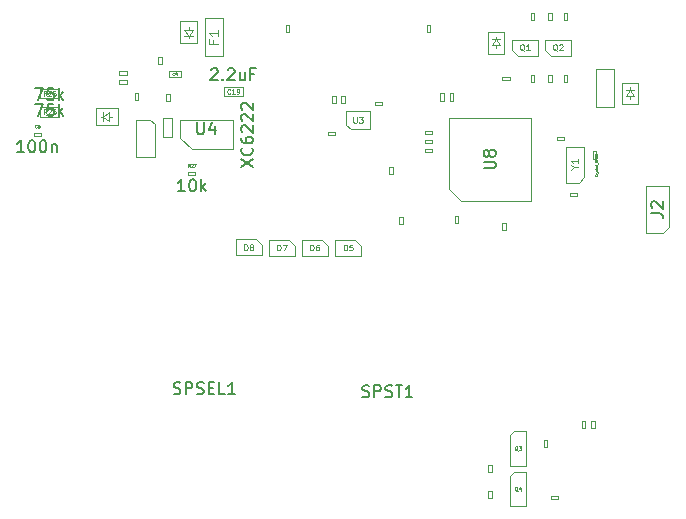
<source format=gbr>
G04 #@! TF.GenerationSoftware,KiCad,Pcbnew,7.0.6*
G04 #@! TF.CreationDate,2023-09-06T23:53:07-07:00*
G04 #@! TF.ProjectId,sgpp_main_pcb,73677070-5f6d-4616-996e-5f7063622e6b,1*
G04 #@! TF.SameCoordinates,Original*
G04 #@! TF.FileFunction,AssemblyDrawing,Top*
%FSLAX46Y46*%
G04 Gerber Fmt 4.6, Leading zero omitted, Abs format (unit mm)*
G04 Created by KiCad (PCBNEW 7.0.6) date 2023-09-06 23:53:07*
%MOMM*%
%LPD*%
G01*
G04 APERTURE LIST*
%ADD10C,0.150000*%
%ADD11C,0.040000*%
%ADD12C,0.050000*%
%ADD13C,0.060000*%
%ADD14C,0.075000*%
%ADD15C,0.030000*%
%ADD16C,0.080000*%
%ADD17C,0.120000*%
%ADD18C,0.100000*%
G04 APERTURE END LIST*
D10*
X121725952Y-91471619D02*
X121154524Y-91471619D01*
X121440238Y-91471619D02*
X121440238Y-90471619D01*
X121440238Y-90471619D02*
X121345000Y-90614476D01*
X121345000Y-90614476D02*
X121249762Y-90709714D01*
X121249762Y-90709714D02*
X121154524Y-90757333D01*
X122345000Y-90471619D02*
X122440238Y-90471619D01*
X122440238Y-90471619D02*
X122535476Y-90519238D01*
X122535476Y-90519238D02*
X122583095Y-90566857D01*
X122583095Y-90566857D02*
X122630714Y-90662095D01*
X122630714Y-90662095D02*
X122678333Y-90852571D01*
X122678333Y-90852571D02*
X122678333Y-91090666D01*
X122678333Y-91090666D02*
X122630714Y-91281142D01*
X122630714Y-91281142D02*
X122583095Y-91376380D01*
X122583095Y-91376380D02*
X122535476Y-91424000D01*
X122535476Y-91424000D02*
X122440238Y-91471619D01*
X122440238Y-91471619D02*
X122345000Y-91471619D01*
X122345000Y-91471619D02*
X122249762Y-91424000D01*
X122249762Y-91424000D02*
X122202143Y-91376380D01*
X122202143Y-91376380D02*
X122154524Y-91281142D01*
X122154524Y-91281142D02*
X122106905Y-91090666D01*
X122106905Y-91090666D02*
X122106905Y-90852571D01*
X122106905Y-90852571D02*
X122154524Y-90662095D01*
X122154524Y-90662095D02*
X122202143Y-90566857D01*
X122202143Y-90566857D02*
X122249762Y-90519238D01*
X122249762Y-90519238D02*
X122345000Y-90471619D01*
X123297381Y-90471619D02*
X123392619Y-90471619D01*
X123392619Y-90471619D02*
X123487857Y-90519238D01*
X123487857Y-90519238D02*
X123535476Y-90566857D01*
X123535476Y-90566857D02*
X123583095Y-90662095D01*
X123583095Y-90662095D02*
X123630714Y-90852571D01*
X123630714Y-90852571D02*
X123630714Y-91090666D01*
X123630714Y-91090666D02*
X123583095Y-91281142D01*
X123583095Y-91281142D02*
X123535476Y-91376380D01*
X123535476Y-91376380D02*
X123487857Y-91424000D01*
X123487857Y-91424000D02*
X123392619Y-91471619D01*
X123392619Y-91471619D02*
X123297381Y-91471619D01*
X123297381Y-91471619D02*
X123202143Y-91424000D01*
X123202143Y-91424000D02*
X123154524Y-91376380D01*
X123154524Y-91376380D02*
X123106905Y-91281142D01*
X123106905Y-91281142D02*
X123059286Y-91090666D01*
X123059286Y-91090666D02*
X123059286Y-90852571D01*
X123059286Y-90852571D02*
X123106905Y-90662095D01*
X123106905Y-90662095D02*
X123154524Y-90566857D01*
X123154524Y-90566857D02*
X123202143Y-90519238D01*
X123202143Y-90519238D02*
X123297381Y-90471619D01*
X124059286Y-90804952D02*
X124059286Y-91471619D01*
X124059286Y-90900190D02*
X124106905Y-90852571D01*
X124106905Y-90852571D02*
X124202143Y-90804952D01*
X124202143Y-90804952D02*
X124345000Y-90804952D01*
X124345000Y-90804952D02*
X124440238Y-90852571D01*
X124440238Y-90852571D02*
X124487857Y-90947809D01*
X124487857Y-90947809D02*
X124487857Y-91471619D01*
D11*
X122803333Y-89376565D02*
X122791429Y-89388470D01*
X122791429Y-89388470D02*
X122755714Y-89400374D01*
X122755714Y-89400374D02*
X122731905Y-89400374D01*
X122731905Y-89400374D02*
X122696191Y-89388470D01*
X122696191Y-89388470D02*
X122672381Y-89364660D01*
X122672381Y-89364660D02*
X122660476Y-89340850D01*
X122660476Y-89340850D02*
X122648572Y-89293231D01*
X122648572Y-89293231D02*
X122648572Y-89257517D01*
X122648572Y-89257517D02*
X122660476Y-89209898D01*
X122660476Y-89209898D02*
X122672381Y-89186089D01*
X122672381Y-89186089D02*
X122696191Y-89162279D01*
X122696191Y-89162279D02*
X122731905Y-89150374D01*
X122731905Y-89150374D02*
X122755714Y-89150374D01*
X122755714Y-89150374D02*
X122791429Y-89162279D01*
X122791429Y-89162279D02*
X122803333Y-89174184D01*
X123017619Y-89150374D02*
X122970000Y-89150374D01*
X122970000Y-89150374D02*
X122946191Y-89162279D01*
X122946191Y-89162279D02*
X122934286Y-89174184D01*
X122934286Y-89174184D02*
X122910476Y-89209898D01*
X122910476Y-89209898D02*
X122898572Y-89257517D01*
X122898572Y-89257517D02*
X122898572Y-89352755D01*
X122898572Y-89352755D02*
X122910476Y-89376565D01*
X122910476Y-89376565D02*
X122922381Y-89388470D01*
X122922381Y-89388470D02*
X122946191Y-89400374D01*
X122946191Y-89400374D02*
X122993810Y-89400374D01*
X122993810Y-89400374D02*
X123017619Y-89388470D01*
X123017619Y-89388470D02*
X123029524Y-89376565D01*
X123029524Y-89376565D02*
X123041429Y-89352755D01*
X123041429Y-89352755D02*
X123041429Y-89293231D01*
X123041429Y-89293231D02*
X123029524Y-89269422D01*
X123029524Y-89269422D02*
X123017619Y-89257517D01*
X123017619Y-89257517D02*
X122993810Y-89245612D01*
X122993810Y-89245612D02*
X122946191Y-89245612D01*
X122946191Y-89245612D02*
X122922381Y-89257517D01*
X122922381Y-89257517D02*
X122910476Y-89269422D01*
X122910476Y-89269422D02*
X122898572Y-89293231D01*
D12*
X163520123Y-116744476D02*
X163489647Y-116729238D01*
X163489647Y-116729238D02*
X163459171Y-116698762D01*
X163459171Y-116698762D02*
X163413457Y-116653047D01*
X163413457Y-116653047D02*
X163382980Y-116637809D01*
X163382980Y-116637809D02*
X163352504Y-116637809D01*
X163367742Y-116714000D02*
X163337266Y-116698762D01*
X163337266Y-116698762D02*
X163306790Y-116668285D01*
X163306790Y-116668285D02*
X163291552Y-116607333D01*
X163291552Y-116607333D02*
X163291552Y-116500666D01*
X163291552Y-116500666D02*
X163306790Y-116439714D01*
X163306790Y-116439714D02*
X163337266Y-116409238D01*
X163337266Y-116409238D02*
X163367742Y-116394000D01*
X163367742Y-116394000D02*
X163428695Y-116394000D01*
X163428695Y-116394000D02*
X163459171Y-116409238D01*
X163459171Y-116409238D02*
X163489647Y-116439714D01*
X163489647Y-116439714D02*
X163504885Y-116500666D01*
X163504885Y-116500666D02*
X163504885Y-116607333D01*
X163504885Y-116607333D02*
X163489647Y-116668285D01*
X163489647Y-116668285D02*
X163459171Y-116698762D01*
X163459171Y-116698762D02*
X163428695Y-116714000D01*
X163428695Y-116714000D02*
X163367742Y-116714000D01*
X163611552Y-116394000D02*
X163809647Y-116394000D01*
X163809647Y-116394000D02*
X163702980Y-116515904D01*
X163702980Y-116515904D02*
X163748695Y-116515904D01*
X163748695Y-116515904D02*
X163779171Y-116531142D01*
X163779171Y-116531142D02*
X163794409Y-116546381D01*
X163794409Y-116546381D02*
X163809647Y-116576857D01*
X163809647Y-116576857D02*
X163809647Y-116653047D01*
X163809647Y-116653047D02*
X163794409Y-116683523D01*
X163794409Y-116683523D02*
X163779171Y-116698762D01*
X163779171Y-116698762D02*
X163748695Y-116714000D01*
X163748695Y-116714000D02*
X163657266Y-116714000D01*
X163657266Y-116714000D02*
X163626790Y-116698762D01*
X163626790Y-116698762D02*
X163611552Y-116683523D01*
D10*
X160650499Y-92857257D02*
X161460022Y-92857257D01*
X161460022Y-92857257D02*
X161555260Y-92809638D01*
X161555260Y-92809638D02*
X161602880Y-92762019D01*
X161602880Y-92762019D02*
X161650499Y-92666781D01*
X161650499Y-92666781D02*
X161650499Y-92476305D01*
X161650499Y-92476305D02*
X161602880Y-92381067D01*
X161602880Y-92381067D02*
X161555260Y-92333448D01*
X161555260Y-92333448D02*
X161460022Y-92285829D01*
X161460022Y-92285829D02*
X160650499Y-92285829D01*
X161079070Y-91666781D02*
X161031451Y-91762019D01*
X161031451Y-91762019D02*
X160983832Y-91809638D01*
X160983832Y-91809638D02*
X160888594Y-91857257D01*
X160888594Y-91857257D02*
X160840975Y-91857257D01*
X160840975Y-91857257D02*
X160745737Y-91809638D01*
X160745737Y-91809638D02*
X160698118Y-91762019D01*
X160698118Y-91762019D02*
X160650499Y-91666781D01*
X160650499Y-91666781D02*
X160650499Y-91476305D01*
X160650499Y-91476305D02*
X160698118Y-91381067D01*
X160698118Y-91381067D02*
X160745737Y-91333448D01*
X160745737Y-91333448D02*
X160840975Y-91285829D01*
X160840975Y-91285829D02*
X160888594Y-91285829D01*
X160888594Y-91285829D02*
X160983832Y-91333448D01*
X160983832Y-91333448D02*
X161031451Y-91381067D01*
X161031451Y-91381067D02*
X161079070Y-91476305D01*
X161079070Y-91476305D02*
X161079070Y-91666781D01*
X161079070Y-91666781D02*
X161126689Y-91762019D01*
X161126689Y-91762019D02*
X161174308Y-91809638D01*
X161174308Y-91809638D02*
X161269546Y-91857257D01*
X161269546Y-91857257D02*
X161460022Y-91857257D01*
X161460022Y-91857257D02*
X161555260Y-91809638D01*
X161555260Y-91809638D02*
X161602880Y-91762019D01*
X161602880Y-91762019D02*
X161650499Y-91666781D01*
X161650499Y-91666781D02*
X161650499Y-91476305D01*
X161650499Y-91476305D02*
X161602880Y-91381067D01*
X161602880Y-91381067D02*
X161555260Y-91333448D01*
X161555260Y-91333448D02*
X161460022Y-91285829D01*
X161460022Y-91285829D02*
X161269546Y-91285829D01*
X161269546Y-91285829D02*
X161174308Y-91333448D01*
X161174308Y-91333448D02*
X161126689Y-91381067D01*
X161126689Y-91381067D02*
X161079070Y-91476305D01*
D11*
X134448950Y-84958699D02*
X134437046Y-84970604D01*
X134437046Y-84970604D02*
X134401331Y-84982508D01*
X134401331Y-84982508D02*
X134377522Y-84982508D01*
X134377522Y-84982508D02*
X134341808Y-84970604D01*
X134341808Y-84970604D02*
X134317998Y-84946794D01*
X134317998Y-84946794D02*
X134306093Y-84922984D01*
X134306093Y-84922984D02*
X134294189Y-84875365D01*
X134294189Y-84875365D02*
X134294189Y-84839651D01*
X134294189Y-84839651D02*
X134306093Y-84792032D01*
X134306093Y-84792032D02*
X134317998Y-84768223D01*
X134317998Y-84768223D02*
X134341808Y-84744413D01*
X134341808Y-84744413D02*
X134377522Y-84732508D01*
X134377522Y-84732508D02*
X134401331Y-84732508D01*
X134401331Y-84732508D02*
X134437046Y-84744413D01*
X134437046Y-84744413D02*
X134448950Y-84756318D01*
X134663236Y-84815842D02*
X134663236Y-84982508D01*
X134603712Y-84720604D02*
X134544189Y-84899175D01*
X134544189Y-84899175D02*
X134698950Y-84899175D01*
D10*
X135345561Y-94773619D02*
X134774133Y-94773619D01*
X135059847Y-94773619D02*
X135059847Y-93773619D01*
X135059847Y-93773619D02*
X134964609Y-93916476D01*
X134964609Y-93916476D02*
X134869371Y-94011714D01*
X134869371Y-94011714D02*
X134774133Y-94059333D01*
X135964609Y-93773619D02*
X136059847Y-93773619D01*
X136059847Y-93773619D02*
X136155085Y-93821238D01*
X136155085Y-93821238D02*
X136202704Y-93868857D01*
X136202704Y-93868857D02*
X136250323Y-93964095D01*
X136250323Y-93964095D02*
X136297942Y-94154571D01*
X136297942Y-94154571D02*
X136297942Y-94392666D01*
X136297942Y-94392666D02*
X136250323Y-94583142D01*
X136250323Y-94583142D02*
X136202704Y-94678380D01*
X136202704Y-94678380D02*
X136155085Y-94726000D01*
X136155085Y-94726000D02*
X136059847Y-94773619D01*
X136059847Y-94773619D02*
X135964609Y-94773619D01*
X135964609Y-94773619D02*
X135869371Y-94726000D01*
X135869371Y-94726000D02*
X135821752Y-94678380D01*
X135821752Y-94678380D02*
X135774133Y-94583142D01*
X135774133Y-94583142D02*
X135726514Y-94392666D01*
X135726514Y-94392666D02*
X135726514Y-94154571D01*
X135726514Y-94154571D02*
X135774133Y-93964095D01*
X135774133Y-93964095D02*
X135821752Y-93868857D01*
X135821752Y-93868857D02*
X135869371Y-93821238D01*
X135869371Y-93821238D02*
X135964609Y-93773619D01*
X136726514Y-94773619D02*
X136726514Y-93773619D01*
X136821752Y-94392666D02*
X137107466Y-94773619D01*
X137107466Y-94106952D02*
X136726514Y-94487904D01*
D11*
X135780085Y-92702374D02*
X135696752Y-92583327D01*
X135637228Y-92702374D02*
X135637228Y-92452374D01*
X135637228Y-92452374D02*
X135732466Y-92452374D01*
X135732466Y-92452374D02*
X135756276Y-92464279D01*
X135756276Y-92464279D02*
X135768181Y-92476184D01*
X135768181Y-92476184D02*
X135780085Y-92499993D01*
X135780085Y-92499993D02*
X135780085Y-92535708D01*
X135780085Y-92535708D02*
X135768181Y-92559517D01*
X135768181Y-92559517D02*
X135756276Y-92571422D01*
X135756276Y-92571422D02*
X135732466Y-92583327D01*
X135732466Y-92583327D02*
X135637228Y-92583327D01*
X135875324Y-92476184D02*
X135887228Y-92464279D01*
X135887228Y-92464279D02*
X135911038Y-92452374D01*
X135911038Y-92452374D02*
X135970562Y-92452374D01*
X135970562Y-92452374D02*
X135994371Y-92464279D01*
X135994371Y-92464279D02*
X136006276Y-92476184D01*
X136006276Y-92476184D02*
X136018181Y-92499993D01*
X136018181Y-92499993D02*
X136018181Y-92523803D01*
X136018181Y-92523803D02*
X136006276Y-92559517D01*
X136006276Y-92559517D02*
X135863419Y-92702374D01*
X135863419Y-92702374D02*
X136018181Y-92702374D01*
X136101514Y-92452374D02*
X136268180Y-92452374D01*
X136268180Y-92452374D02*
X136161038Y-92702374D01*
D10*
X122686914Y-87397219D02*
X123353580Y-87397219D01*
X123353580Y-87397219D02*
X122925009Y-88397219D01*
X124210723Y-87397219D02*
X123734533Y-87397219D01*
X123734533Y-87397219D02*
X123686914Y-87873409D01*
X123686914Y-87873409D02*
X123734533Y-87825790D01*
X123734533Y-87825790D02*
X123829771Y-87778171D01*
X123829771Y-87778171D02*
X124067866Y-87778171D01*
X124067866Y-87778171D02*
X124163104Y-87825790D01*
X124163104Y-87825790D02*
X124210723Y-87873409D01*
X124210723Y-87873409D02*
X124258342Y-87968647D01*
X124258342Y-87968647D02*
X124258342Y-88206742D01*
X124258342Y-88206742D02*
X124210723Y-88301980D01*
X124210723Y-88301980D02*
X124163104Y-88349600D01*
X124163104Y-88349600D02*
X124067866Y-88397219D01*
X124067866Y-88397219D02*
X123829771Y-88397219D01*
X123829771Y-88397219D02*
X123734533Y-88349600D01*
X123734533Y-88349600D02*
X123686914Y-88301980D01*
X124686914Y-88397219D02*
X124686914Y-87397219D01*
X124782152Y-88016266D02*
X125067866Y-88397219D01*
X125067866Y-87730552D02*
X124686914Y-88111504D01*
D13*
X123644057Y-86694327D02*
X123510724Y-86503851D01*
X123415486Y-86694327D02*
X123415486Y-86294327D01*
X123415486Y-86294327D02*
X123567867Y-86294327D01*
X123567867Y-86294327D02*
X123605962Y-86313375D01*
X123605962Y-86313375D02*
X123625009Y-86332422D01*
X123625009Y-86332422D02*
X123644057Y-86370518D01*
X123644057Y-86370518D02*
X123644057Y-86427660D01*
X123644057Y-86427660D02*
X123625009Y-86465756D01*
X123625009Y-86465756D02*
X123605962Y-86484803D01*
X123605962Y-86484803D02*
X123567867Y-86503851D01*
X123567867Y-86503851D02*
X123415486Y-86503851D01*
X123796438Y-86332422D02*
X123815486Y-86313375D01*
X123815486Y-86313375D02*
X123853581Y-86294327D01*
X123853581Y-86294327D02*
X123948819Y-86294327D01*
X123948819Y-86294327D02*
X123986914Y-86313375D01*
X123986914Y-86313375D02*
X124005962Y-86332422D01*
X124005962Y-86332422D02*
X124025009Y-86370518D01*
X124025009Y-86370518D02*
X124025009Y-86408613D01*
X124025009Y-86408613D02*
X124005962Y-86465756D01*
X124005962Y-86465756D02*
X123777390Y-86694327D01*
X123777390Y-86694327D02*
X124025009Y-86694327D01*
X124386914Y-86294327D02*
X124196438Y-86294327D01*
X124196438Y-86294327D02*
X124177390Y-86484803D01*
X124177390Y-86484803D02*
X124196438Y-86465756D01*
X124196438Y-86465756D02*
X124234533Y-86446708D01*
X124234533Y-86446708D02*
X124329771Y-86446708D01*
X124329771Y-86446708D02*
X124367866Y-86465756D01*
X124367866Y-86465756D02*
X124386914Y-86484803D01*
X124386914Y-86484803D02*
X124405961Y-86522899D01*
X124405961Y-86522899D02*
X124405961Y-86618137D01*
X124405961Y-86618137D02*
X124386914Y-86656232D01*
X124386914Y-86656232D02*
X124367866Y-86675280D01*
X124367866Y-86675280D02*
X124329771Y-86694327D01*
X124329771Y-86694327D02*
X124234533Y-86694327D01*
X124234533Y-86694327D02*
X124196438Y-86675280D01*
X124196438Y-86675280D02*
X124177390Y-86656232D01*
D10*
X137565048Y-84480057D02*
X137612667Y-84432438D01*
X137612667Y-84432438D02*
X137707905Y-84384819D01*
X137707905Y-84384819D02*
X137946000Y-84384819D01*
X137946000Y-84384819D02*
X138041238Y-84432438D01*
X138041238Y-84432438D02*
X138088857Y-84480057D01*
X138088857Y-84480057D02*
X138136476Y-84575295D01*
X138136476Y-84575295D02*
X138136476Y-84670533D01*
X138136476Y-84670533D02*
X138088857Y-84813390D01*
X138088857Y-84813390D02*
X137517429Y-85384819D01*
X137517429Y-85384819D02*
X138136476Y-85384819D01*
X138565048Y-85289580D02*
X138612667Y-85337200D01*
X138612667Y-85337200D02*
X138565048Y-85384819D01*
X138565048Y-85384819D02*
X138517429Y-85337200D01*
X138517429Y-85337200D02*
X138565048Y-85289580D01*
X138565048Y-85289580D02*
X138565048Y-85384819D01*
X138993619Y-84480057D02*
X139041238Y-84432438D01*
X139041238Y-84432438D02*
X139136476Y-84384819D01*
X139136476Y-84384819D02*
X139374571Y-84384819D01*
X139374571Y-84384819D02*
X139469809Y-84432438D01*
X139469809Y-84432438D02*
X139517428Y-84480057D01*
X139517428Y-84480057D02*
X139565047Y-84575295D01*
X139565047Y-84575295D02*
X139565047Y-84670533D01*
X139565047Y-84670533D02*
X139517428Y-84813390D01*
X139517428Y-84813390D02*
X138946000Y-85384819D01*
X138946000Y-85384819D02*
X139565047Y-85384819D01*
X140422190Y-84718152D02*
X140422190Y-85384819D01*
X139993619Y-84718152D02*
X139993619Y-85241961D01*
X139993619Y-85241961D02*
X140041238Y-85337200D01*
X140041238Y-85337200D02*
X140136476Y-85384819D01*
X140136476Y-85384819D02*
X140279333Y-85384819D01*
X140279333Y-85384819D02*
X140374571Y-85337200D01*
X140374571Y-85337200D02*
X140422190Y-85289580D01*
X141231714Y-84861009D02*
X140898381Y-84861009D01*
X140898381Y-85384819D02*
X140898381Y-84384819D01*
X140898381Y-84384819D02*
X141374571Y-84384819D01*
D13*
X139188857Y-86503832D02*
X139169809Y-86522880D01*
X139169809Y-86522880D02*
X139112667Y-86541927D01*
X139112667Y-86541927D02*
X139074571Y-86541927D01*
X139074571Y-86541927D02*
X139017428Y-86522880D01*
X139017428Y-86522880D02*
X138979333Y-86484784D01*
X138979333Y-86484784D02*
X138960286Y-86446689D01*
X138960286Y-86446689D02*
X138941238Y-86370499D01*
X138941238Y-86370499D02*
X138941238Y-86313356D01*
X138941238Y-86313356D02*
X138960286Y-86237165D01*
X138960286Y-86237165D02*
X138979333Y-86199070D01*
X138979333Y-86199070D02*
X139017428Y-86160975D01*
X139017428Y-86160975D02*
X139074571Y-86141927D01*
X139074571Y-86141927D02*
X139112667Y-86141927D01*
X139112667Y-86141927D02*
X139169809Y-86160975D01*
X139169809Y-86160975D02*
X139188857Y-86180022D01*
X139569809Y-86541927D02*
X139341238Y-86541927D01*
X139455524Y-86541927D02*
X139455524Y-86141927D01*
X139455524Y-86141927D02*
X139417428Y-86199070D01*
X139417428Y-86199070D02*
X139379333Y-86237165D01*
X139379333Y-86237165D02*
X139341238Y-86256213D01*
X139760285Y-86541927D02*
X139836476Y-86541927D01*
X139836476Y-86541927D02*
X139874571Y-86522880D01*
X139874571Y-86522880D02*
X139893619Y-86503832D01*
X139893619Y-86503832D02*
X139931714Y-86446689D01*
X139931714Y-86446689D02*
X139950761Y-86370499D01*
X139950761Y-86370499D02*
X139950761Y-86218118D01*
X139950761Y-86218118D02*
X139931714Y-86180022D01*
X139931714Y-86180022D02*
X139912666Y-86160975D01*
X139912666Y-86160975D02*
X139874571Y-86141927D01*
X139874571Y-86141927D02*
X139798380Y-86141927D01*
X139798380Y-86141927D02*
X139760285Y-86160975D01*
X139760285Y-86160975D02*
X139741238Y-86180022D01*
X139741238Y-86180022D02*
X139722190Y-86218118D01*
X139722190Y-86218118D02*
X139722190Y-86313356D01*
X139722190Y-86313356D02*
X139741238Y-86351451D01*
X139741238Y-86351451D02*
X139760285Y-86370499D01*
X139760285Y-86370499D02*
X139798380Y-86389546D01*
X139798380Y-86389546D02*
X139874571Y-86389546D01*
X139874571Y-86389546D02*
X139912666Y-86370499D01*
X139912666Y-86370499D02*
X139931714Y-86351451D01*
X139931714Y-86351451D02*
X139950761Y-86313356D01*
D10*
X122686914Y-86082019D02*
X123353580Y-86082019D01*
X123353580Y-86082019D02*
X122925009Y-87082019D01*
X124210723Y-86082019D02*
X123734533Y-86082019D01*
X123734533Y-86082019D02*
X123686914Y-86558209D01*
X123686914Y-86558209D02*
X123734533Y-86510590D01*
X123734533Y-86510590D02*
X123829771Y-86462971D01*
X123829771Y-86462971D02*
X124067866Y-86462971D01*
X124067866Y-86462971D02*
X124163104Y-86510590D01*
X124163104Y-86510590D02*
X124210723Y-86558209D01*
X124210723Y-86558209D02*
X124258342Y-86653447D01*
X124258342Y-86653447D02*
X124258342Y-86891542D01*
X124258342Y-86891542D02*
X124210723Y-86986780D01*
X124210723Y-86986780D02*
X124163104Y-87034400D01*
X124163104Y-87034400D02*
X124067866Y-87082019D01*
X124067866Y-87082019D02*
X123829771Y-87082019D01*
X123829771Y-87082019D02*
X123734533Y-87034400D01*
X123734533Y-87034400D02*
X123686914Y-86986780D01*
X124686914Y-87082019D02*
X124686914Y-86082019D01*
X124782152Y-86701066D02*
X125067866Y-87082019D01*
X125067866Y-86415352D02*
X124686914Y-86796304D01*
D13*
X123644057Y-88239127D02*
X123510724Y-88048651D01*
X123415486Y-88239127D02*
X123415486Y-87839127D01*
X123415486Y-87839127D02*
X123567867Y-87839127D01*
X123567867Y-87839127D02*
X123605962Y-87858175D01*
X123605962Y-87858175D02*
X123625009Y-87877222D01*
X123625009Y-87877222D02*
X123644057Y-87915318D01*
X123644057Y-87915318D02*
X123644057Y-87972460D01*
X123644057Y-87972460D02*
X123625009Y-88010556D01*
X123625009Y-88010556D02*
X123605962Y-88029603D01*
X123605962Y-88029603D02*
X123567867Y-88048651D01*
X123567867Y-88048651D02*
X123415486Y-88048651D01*
X123796438Y-87877222D02*
X123815486Y-87858175D01*
X123815486Y-87858175D02*
X123853581Y-87839127D01*
X123853581Y-87839127D02*
X123948819Y-87839127D01*
X123948819Y-87839127D02*
X123986914Y-87858175D01*
X123986914Y-87858175D02*
X124005962Y-87877222D01*
X124005962Y-87877222D02*
X124025009Y-87915318D01*
X124025009Y-87915318D02*
X124025009Y-87953413D01*
X124025009Y-87953413D02*
X124005962Y-88010556D01*
X124005962Y-88010556D02*
X123777390Y-88239127D01*
X123777390Y-88239127D02*
X124025009Y-88239127D01*
X124367866Y-87839127D02*
X124291676Y-87839127D01*
X124291676Y-87839127D02*
X124253580Y-87858175D01*
X124253580Y-87858175D02*
X124234533Y-87877222D01*
X124234533Y-87877222D02*
X124196438Y-87934365D01*
X124196438Y-87934365D02*
X124177390Y-88010556D01*
X124177390Y-88010556D02*
X124177390Y-88162937D01*
X124177390Y-88162937D02*
X124196438Y-88201032D01*
X124196438Y-88201032D02*
X124215485Y-88220080D01*
X124215485Y-88220080D02*
X124253580Y-88239127D01*
X124253580Y-88239127D02*
X124329771Y-88239127D01*
X124329771Y-88239127D02*
X124367866Y-88220080D01*
X124367866Y-88220080D02*
X124386914Y-88201032D01*
X124386914Y-88201032D02*
X124405961Y-88162937D01*
X124405961Y-88162937D02*
X124405961Y-88067699D01*
X124405961Y-88067699D02*
X124386914Y-88029603D01*
X124386914Y-88029603D02*
X124367866Y-88010556D01*
X124367866Y-88010556D02*
X124329771Y-87991508D01*
X124329771Y-87991508D02*
X124253580Y-87991508D01*
X124253580Y-87991508D02*
X124215485Y-88010556D01*
X124215485Y-88010556D02*
X124196438Y-88029603D01*
X124196438Y-88029603D02*
X124177390Y-88067699D01*
D14*
X148800626Y-99798729D02*
X148800626Y-99298729D01*
X148800626Y-99298729D02*
X148919674Y-99298729D01*
X148919674Y-99298729D02*
X148991102Y-99322539D01*
X148991102Y-99322539D02*
X149038721Y-99370158D01*
X149038721Y-99370158D02*
X149062531Y-99417777D01*
X149062531Y-99417777D02*
X149086340Y-99513015D01*
X149086340Y-99513015D02*
X149086340Y-99584443D01*
X149086340Y-99584443D02*
X149062531Y-99679681D01*
X149062531Y-99679681D02*
X149038721Y-99727300D01*
X149038721Y-99727300D02*
X148991102Y-99774920D01*
X148991102Y-99774920D02*
X148919674Y-99798729D01*
X148919674Y-99798729D02*
X148800626Y-99798729D01*
X149538721Y-99298729D02*
X149300626Y-99298729D01*
X149300626Y-99298729D02*
X149276817Y-99536824D01*
X149276817Y-99536824D02*
X149300626Y-99513015D01*
X149300626Y-99513015D02*
X149348245Y-99489205D01*
X149348245Y-99489205D02*
X149467293Y-99489205D01*
X149467293Y-99489205D02*
X149514912Y-99513015D01*
X149514912Y-99513015D02*
X149538721Y-99536824D01*
X149538721Y-99536824D02*
X149562531Y-99584443D01*
X149562531Y-99584443D02*
X149562531Y-99703491D01*
X149562531Y-99703491D02*
X149538721Y-99751110D01*
X149538721Y-99751110D02*
X149514912Y-99774920D01*
X149514912Y-99774920D02*
X149467293Y-99798729D01*
X149467293Y-99798729D02*
X149348245Y-99798729D01*
X149348245Y-99798729D02*
X149300626Y-99774920D01*
X149300626Y-99774920D02*
X149276817Y-99751110D01*
D10*
X134404762Y-111913200D02*
X134547619Y-111960819D01*
X134547619Y-111960819D02*
X134785714Y-111960819D01*
X134785714Y-111960819D02*
X134880952Y-111913200D01*
X134880952Y-111913200D02*
X134928571Y-111865580D01*
X134928571Y-111865580D02*
X134976190Y-111770342D01*
X134976190Y-111770342D02*
X134976190Y-111675104D01*
X134976190Y-111675104D02*
X134928571Y-111579866D01*
X134928571Y-111579866D02*
X134880952Y-111532247D01*
X134880952Y-111532247D02*
X134785714Y-111484628D01*
X134785714Y-111484628D02*
X134595238Y-111437009D01*
X134595238Y-111437009D02*
X134500000Y-111389390D01*
X134500000Y-111389390D02*
X134452381Y-111341771D01*
X134452381Y-111341771D02*
X134404762Y-111246533D01*
X134404762Y-111246533D02*
X134404762Y-111151295D01*
X134404762Y-111151295D02*
X134452381Y-111056057D01*
X134452381Y-111056057D02*
X134500000Y-111008438D01*
X134500000Y-111008438D02*
X134595238Y-110960819D01*
X134595238Y-110960819D02*
X134833333Y-110960819D01*
X134833333Y-110960819D02*
X134976190Y-111008438D01*
X135404762Y-111960819D02*
X135404762Y-110960819D01*
X135404762Y-110960819D02*
X135785714Y-110960819D01*
X135785714Y-110960819D02*
X135880952Y-111008438D01*
X135880952Y-111008438D02*
X135928571Y-111056057D01*
X135928571Y-111056057D02*
X135976190Y-111151295D01*
X135976190Y-111151295D02*
X135976190Y-111294152D01*
X135976190Y-111294152D02*
X135928571Y-111389390D01*
X135928571Y-111389390D02*
X135880952Y-111437009D01*
X135880952Y-111437009D02*
X135785714Y-111484628D01*
X135785714Y-111484628D02*
X135404762Y-111484628D01*
X136357143Y-111913200D02*
X136500000Y-111960819D01*
X136500000Y-111960819D02*
X136738095Y-111960819D01*
X136738095Y-111960819D02*
X136833333Y-111913200D01*
X136833333Y-111913200D02*
X136880952Y-111865580D01*
X136880952Y-111865580D02*
X136928571Y-111770342D01*
X136928571Y-111770342D02*
X136928571Y-111675104D01*
X136928571Y-111675104D02*
X136880952Y-111579866D01*
X136880952Y-111579866D02*
X136833333Y-111532247D01*
X136833333Y-111532247D02*
X136738095Y-111484628D01*
X136738095Y-111484628D02*
X136547619Y-111437009D01*
X136547619Y-111437009D02*
X136452381Y-111389390D01*
X136452381Y-111389390D02*
X136404762Y-111341771D01*
X136404762Y-111341771D02*
X136357143Y-111246533D01*
X136357143Y-111246533D02*
X136357143Y-111151295D01*
X136357143Y-111151295D02*
X136404762Y-111056057D01*
X136404762Y-111056057D02*
X136452381Y-111008438D01*
X136452381Y-111008438D02*
X136547619Y-110960819D01*
X136547619Y-110960819D02*
X136785714Y-110960819D01*
X136785714Y-110960819D02*
X136928571Y-111008438D01*
X137357143Y-111437009D02*
X137690476Y-111437009D01*
X137833333Y-111960819D02*
X137357143Y-111960819D01*
X137357143Y-111960819D02*
X137357143Y-110960819D01*
X137357143Y-110960819D02*
X137833333Y-110960819D01*
X138738095Y-111960819D02*
X138261905Y-111960819D01*
X138261905Y-111960819D02*
X138261905Y-110960819D01*
X139595238Y-111960819D02*
X139023810Y-111960819D01*
X139309524Y-111960819D02*
X139309524Y-110960819D01*
X139309524Y-110960819D02*
X139214286Y-111103676D01*
X139214286Y-111103676D02*
X139119048Y-111198914D01*
X139119048Y-111198914D02*
X139023810Y-111246533D01*
D12*
X163520123Y-120165514D02*
X163489647Y-120150276D01*
X163489647Y-120150276D02*
X163459171Y-120119800D01*
X163459171Y-120119800D02*
X163413457Y-120074085D01*
X163413457Y-120074085D02*
X163382980Y-120058847D01*
X163382980Y-120058847D02*
X163352504Y-120058847D01*
X163367742Y-120135038D02*
X163337266Y-120119800D01*
X163337266Y-120119800D02*
X163306790Y-120089323D01*
X163306790Y-120089323D02*
X163291552Y-120028371D01*
X163291552Y-120028371D02*
X163291552Y-119921704D01*
X163291552Y-119921704D02*
X163306790Y-119860752D01*
X163306790Y-119860752D02*
X163337266Y-119830276D01*
X163337266Y-119830276D02*
X163367742Y-119815038D01*
X163367742Y-119815038D02*
X163428695Y-119815038D01*
X163428695Y-119815038D02*
X163459171Y-119830276D01*
X163459171Y-119830276D02*
X163489647Y-119860752D01*
X163489647Y-119860752D02*
X163504885Y-119921704D01*
X163504885Y-119921704D02*
X163504885Y-120028371D01*
X163504885Y-120028371D02*
X163489647Y-120089323D01*
X163489647Y-120089323D02*
X163459171Y-120119800D01*
X163459171Y-120119800D02*
X163428695Y-120135038D01*
X163428695Y-120135038D02*
X163367742Y-120135038D01*
X163779171Y-119921704D02*
X163779171Y-120135038D01*
X163702980Y-119799800D02*
X163626790Y-120028371D01*
X163626790Y-120028371D02*
X163824885Y-120028371D01*
D14*
X143170626Y-99798729D02*
X143170626Y-99298729D01*
X143170626Y-99298729D02*
X143289674Y-99298729D01*
X143289674Y-99298729D02*
X143361102Y-99322539D01*
X143361102Y-99322539D02*
X143408721Y-99370158D01*
X143408721Y-99370158D02*
X143432531Y-99417777D01*
X143432531Y-99417777D02*
X143456340Y-99513015D01*
X143456340Y-99513015D02*
X143456340Y-99584443D01*
X143456340Y-99584443D02*
X143432531Y-99679681D01*
X143432531Y-99679681D02*
X143408721Y-99727300D01*
X143408721Y-99727300D02*
X143361102Y-99774920D01*
X143361102Y-99774920D02*
X143289674Y-99798729D01*
X143289674Y-99798729D02*
X143170626Y-99798729D01*
X143623007Y-99298729D02*
X143956340Y-99298729D01*
X143956340Y-99298729D02*
X143742055Y-99798729D01*
X140376626Y-99771729D02*
X140376626Y-99271729D01*
X140376626Y-99271729D02*
X140495674Y-99271729D01*
X140495674Y-99271729D02*
X140567102Y-99295539D01*
X140567102Y-99295539D02*
X140614721Y-99343158D01*
X140614721Y-99343158D02*
X140638531Y-99390777D01*
X140638531Y-99390777D02*
X140662340Y-99486015D01*
X140662340Y-99486015D02*
X140662340Y-99557443D01*
X140662340Y-99557443D02*
X140638531Y-99652681D01*
X140638531Y-99652681D02*
X140614721Y-99700300D01*
X140614721Y-99700300D02*
X140567102Y-99747920D01*
X140567102Y-99747920D02*
X140495674Y-99771729D01*
X140495674Y-99771729D02*
X140376626Y-99771729D01*
X140948055Y-99486015D02*
X140900436Y-99462205D01*
X140900436Y-99462205D02*
X140876626Y-99438396D01*
X140876626Y-99438396D02*
X140852817Y-99390777D01*
X140852817Y-99390777D02*
X140852817Y-99366967D01*
X140852817Y-99366967D02*
X140876626Y-99319348D01*
X140876626Y-99319348D02*
X140900436Y-99295539D01*
X140900436Y-99295539D02*
X140948055Y-99271729D01*
X140948055Y-99271729D02*
X141043293Y-99271729D01*
X141043293Y-99271729D02*
X141090912Y-99295539D01*
X141090912Y-99295539D02*
X141114721Y-99319348D01*
X141114721Y-99319348D02*
X141138531Y-99366967D01*
X141138531Y-99366967D02*
X141138531Y-99390777D01*
X141138531Y-99390777D02*
X141114721Y-99438396D01*
X141114721Y-99438396D02*
X141090912Y-99462205D01*
X141090912Y-99462205D02*
X141043293Y-99486015D01*
X141043293Y-99486015D02*
X140948055Y-99486015D01*
X140948055Y-99486015D02*
X140900436Y-99509824D01*
X140900436Y-99509824D02*
X140876626Y-99533634D01*
X140876626Y-99533634D02*
X140852817Y-99581253D01*
X140852817Y-99581253D02*
X140852817Y-99676491D01*
X140852817Y-99676491D02*
X140876626Y-99724110D01*
X140876626Y-99724110D02*
X140900436Y-99747920D01*
X140900436Y-99747920D02*
X140948055Y-99771729D01*
X140948055Y-99771729D02*
X141043293Y-99771729D01*
X141043293Y-99771729D02*
X141090912Y-99747920D01*
X141090912Y-99747920D02*
X141114721Y-99724110D01*
X141114721Y-99724110D02*
X141138531Y-99676491D01*
X141138531Y-99676491D02*
X141138531Y-99581253D01*
X141138531Y-99581253D02*
X141114721Y-99533634D01*
X141114721Y-99533634D02*
X141090912Y-99509824D01*
X141090912Y-99509824D02*
X141043293Y-99486015D01*
D15*
X170248516Y-93397133D02*
X170258040Y-93406657D01*
X170258040Y-93406657D02*
X170267563Y-93435228D01*
X170267563Y-93435228D02*
X170267563Y-93454276D01*
X170267563Y-93454276D02*
X170258040Y-93482847D01*
X170258040Y-93482847D02*
X170238992Y-93501895D01*
X170238992Y-93501895D02*
X170219944Y-93511418D01*
X170219944Y-93511418D02*
X170181849Y-93520942D01*
X170181849Y-93520942D02*
X170153278Y-93520942D01*
X170153278Y-93520942D02*
X170115182Y-93511418D01*
X170115182Y-93511418D02*
X170096135Y-93501895D01*
X170096135Y-93501895D02*
X170077087Y-93482847D01*
X170077087Y-93482847D02*
X170067563Y-93454276D01*
X170067563Y-93454276D02*
X170067563Y-93435228D01*
X170067563Y-93435228D02*
X170077087Y-93406657D01*
X170077087Y-93406657D02*
X170086611Y-93397133D01*
X170267563Y-93311418D02*
X170134230Y-93311418D01*
X170172325Y-93311418D02*
X170153278Y-93301895D01*
X170153278Y-93301895D02*
X170143754Y-93292371D01*
X170143754Y-93292371D02*
X170134230Y-93273323D01*
X170134230Y-93273323D02*
X170134230Y-93254276D01*
X170134230Y-93206656D02*
X170267563Y-93159037D01*
X170134230Y-93111418D02*
X170267563Y-93159037D01*
X170267563Y-93159037D02*
X170315182Y-93178085D01*
X170315182Y-93178085D02*
X170324706Y-93187608D01*
X170324706Y-93187608D02*
X170334230Y-93206656D01*
X170258040Y-93044751D02*
X170267563Y-93025704D01*
X170267563Y-93025704D02*
X170267563Y-92987608D01*
X170267563Y-92987608D02*
X170258040Y-92968561D01*
X170258040Y-92968561D02*
X170238992Y-92959037D01*
X170238992Y-92959037D02*
X170229468Y-92959037D01*
X170229468Y-92959037D02*
X170210420Y-92968561D01*
X170210420Y-92968561D02*
X170200897Y-92987608D01*
X170200897Y-92987608D02*
X170200897Y-93016180D01*
X170200897Y-93016180D02*
X170191373Y-93035227D01*
X170191373Y-93035227D02*
X170172325Y-93044751D01*
X170172325Y-93044751D02*
X170162801Y-93044751D01*
X170162801Y-93044751D02*
X170143754Y-93035227D01*
X170143754Y-93035227D02*
X170134230Y-93016180D01*
X170134230Y-93016180D02*
X170134230Y-92987608D01*
X170134230Y-92987608D02*
X170143754Y-92968561D01*
X170134230Y-92901894D02*
X170134230Y-92825703D01*
X170067563Y-92873322D02*
X170238992Y-92873322D01*
X170238992Y-92873322D02*
X170258040Y-92863799D01*
X170258040Y-92863799D02*
X170267563Y-92844751D01*
X170267563Y-92844751D02*
X170267563Y-92825703D01*
X170267563Y-92673322D02*
X170162801Y-92673322D01*
X170162801Y-92673322D02*
X170143754Y-92682846D01*
X170143754Y-92682846D02*
X170134230Y-92701894D01*
X170134230Y-92701894D02*
X170134230Y-92739989D01*
X170134230Y-92739989D02*
X170143754Y-92759036D01*
X170258040Y-92673322D02*
X170267563Y-92692370D01*
X170267563Y-92692370D02*
X170267563Y-92739989D01*
X170267563Y-92739989D02*
X170258040Y-92759036D01*
X170258040Y-92759036D02*
X170238992Y-92768560D01*
X170238992Y-92768560D02*
X170219944Y-92768560D01*
X170219944Y-92768560D02*
X170200897Y-92759036D01*
X170200897Y-92759036D02*
X170191373Y-92739989D01*
X170191373Y-92739989D02*
X170191373Y-92692370D01*
X170191373Y-92692370D02*
X170181849Y-92673322D01*
X170267563Y-92549513D02*
X170258040Y-92568561D01*
X170258040Y-92568561D02*
X170238992Y-92578084D01*
X170238992Y-92578084D02*
X170067563Y-92578084D01*
X170286611Y-92520942D02*
X170286611Y-92368561D01*
X170077087Y-92216180D02*
X170067563Y-92235227D01*
X170067563Y-92235227D02*
X170067563Y-92263799D01*
X170067563Y-92263799D02*
X170077087Y-92292370D01*
X170077087Y-92292370D02*
X170096135Y-92311418D01*
X170096135Y-92311418D02*
X170115182Y-92320941D01*
X170115182Y-92320941D02*
X170153278Y-92330465D01*
X170153278Y-92330465D02*
X170181849Y-92330465D01*
X170181849Y-92330465D02*
X170219944Y-92320941D01*
X170219944Y-92320941D02*
X170238992Y-92311418D01*
X170238992Y-92311418D02*
X170258040Y-92292370D01*
X170258040Y-92292370D02*
X170267563Y-92263799D01*
X170267563Y-92263799D02*
X170267563Y-92244751D01*
X170267563Y-92244751D02*
X170258040Y-92216180D01*
X170258040Y-92216180D02*
X170248516Y-92206656D01*
X170248516Y-92206656D02*
X170181849Y-92206656D01*
X170181849Y-92206656D02*
X170181849Y-92244751D01*
X170267563Y-92120941D02*
X170067563Y-92120941D01*
X170067563Y-92120941D02*
X170267563Y-92006656D01*
X170267563Y-92006656D02*
X170067563Y-92006656D01*
X170267563Y-91911417D02*
X170067563Y-91911417D01*
X170067563Y-91911417D02*
X170067563Y-91863798D01*
X170067563Y-91863798D02*
X170077087Y-91835227D01*
X170077087Y-91835227D02*
X170096135Y-91816179D01*
X170096135Y-91816179D02*
X170115182Y-91806656D01*
X170115182Y-91806656D02*
X170153278Y-91797132D01*
X170153278Y-91797132D02*
X170181849Y-91797132D01*
X170181849Y-91797132D02*
X170219944Y-91806656D01*
X170219944Y-91806656D02*
X170238992Y-91816179D01*
X170238992Y-91816179D02*
X170258040Y-91835227D01*
X170258040Y-91835227D02*
X170267563Y-91863798D01*
X170267563Y-91863798D02*
X170267563Y-91911417D01*
X170067563Y-91730465D02*
X170067563Y-91606656D01*
X170067563Y-91606656D02*
X170143754Y-91673322D01*
X170143754Y-91673322D02*
X170143754Y-91644751D01*
X170143754Y-91644751D02*
X170153278Y-91625703D01*
X170153278Y-91625703D02*
X170162801Y-91616179D01*
X170162801Y-91616179D02*
X170181849Y-91606656D01*
X170181849Y-91606656D02*
X170229468Y-91606656D01*
X170229468Y-91606656D02*
X170248516Y-91616179D01*
X170248516Y-91616179D02*
X170258040Y-91625703D01*
X170258040Y-91625703D02*
X170267563Y-91644751D01*
X170267563Y-91644751D02*
X170267563Y-91701894D01*
X170267563Y-91701894D02*
X170258040Y-91720941D01*
X170258040Y-91720941D02*
X170248516Y-91730465D01*
D16*
X168314297Y-92749514D02*
X168600011Y-92749514D01*
X168000011Y-92949514D02*
X168314297Y-92749514D01*
X168314297Y-92749514D02*
X168000011Y-92549514D01*
X168600011Y-92035228D02*
X168600011Y-92378085D01*
X168600011Y-92206656D02*
X168000011Y-92206656D01*
X168000011Y-92206656D02*
X168085725Y-92263799D01*
X168085725Y-92263799D02*
X168142868Y-92320942D01*
X168142868Y-92320942D02*
X168171440Y-92378085D01*
D14*
X145964626Y-99798729D02*
X145964626Y-99298729D01*
X145964626Y-99298729D02*
X146083674Y-99298729D01*
X146083674Y-99298729D02*
X146155102Y-99322539D01*
X146155102Y-99322539D02*
X146202721Y-99370158D01*
X146202721Y-99370158D02*
X146226531Y-99417777D01*
X146226531Y-99417777D02*
X146250340Y-99513015D01*
X146250340Y-99513015D02*
X146250340Y-99584443D01*
X146250340Y-99584443D02*
X146226531Y-99679681D01*
X146226531Y-99679681D02*
X146202721Y-99727300D01*
X146202721Y-99727300D02*
X146155102Y-99774920D01*
X146155102Y-99774920D02*
X146083674Y-99798729D01*
X146083674Y-99798729D02*
X145964626Y-99798729D01*
X146678912Y-99298729D02*
X146583674Y-99298729D01*
X146583674Y-99298729D02*
X146536055Y-99322539D01*
X146536055Y-99322539D02*
X146512245Y-99346348D01*
X146512245Y-99346348D02*
X146464626Y-99417777D01*
X146464626Y-99417777D02*
X146440817Y-99513015D01*
X146440817Y-99513015D02*
X146440817Y-99703491D01*
X146440817Y-99703491D02*
X146464626Y-99751110D01*
X146464626Y-99751110D02*
X146488436Y-99774920D01*
X146488436Y-99774920D02*
X146536055Y-99798729D01*
X146536055Y-99798729D02*
X146631293Y-99798729D01*
X146631293Y-99798729D02*
X146678912Y-99774920D01*
X146678912Y-99774920D02*
X146702721Y-99751110D01*
X146702721Y-99751110D02*
X146726531Y-99703491D01*
X146726531Y-99703491D02*
X146726531Y-99584443D01*
X146726531Y-99584443D02*
X146702721Y-99536824D01*
X146702721Y-99536824D02*
X146678912Y-99513015D01*
X146678912Y-99513015D02*
X146631293Y-99489205D01*
X146631293Y-99489205D02*
X146536055Y-99489205D01*
X146536055Y-99489205D02*
X146488436Y-99513015D01*
X146488436Y-99513015D02*
X146464626Y-99536824D01*
X146464626Y-99536824D02*
X146440817Y-99584443D01*
D10*
X174816419Y-96634133D02*
X175530704Y-96634133D01*
X175530704Y-96634133D02*
X175673561Y-96681752D01*
X175673561Y-96681752D02*
X175768800Y-96776990D01*
X175768800Y-96776990D02*
X175816419Y-96919847D01*
X175816419Y-96919847D02*
X175816419Y-97015085D01*
X174911657Y-96205561D02*
X174864038Y-96157942D01*
X174864038Y-96157942D02*
X174816419Y-96062704D01*
X174816419Y-96062704D02*
X174816419Y-95824609D01*
X174816419Y-95824609D02*
X174864038Y-95729371D01*
X174864038Y-95729371D02*
X174911657Y-95681752D01*
X174911657Y-95681752D02*
X175006895Y-95634133D01*
X175006895Y-95634133D02*
X175102133Y-95634133D01*
X175102133Y-95634133D02*
X175244990Y-95681752D01*
X175244990Y-95681752D02*
X175816419Y-96253180D01*
X175816419Y-96253180D02*
X175816419Y-95634133D01*
D14*
X166886392Y-82900566D02*
X166838773Y-82876757D01*
X166838773Y-82876757D02*
X166791154Y-82829138D01*
X166791154Y-82829138D02*
X166719726Y-82757709D01*
X166719726Y-82757709D02*
X166672107Y-82733899D01*
X166672107Y-82733899D02*
X166624488Y-82733899D01*
X166648297Y-82852947D02*
X166600678Y-82829138D01*
X166600678Y-82829138D02*
X166553059Y-82781518D01*
X166553059Y-82781518D02*
X166529250Y-82686280D01*
X166529250Y-82686280D02*
X166529250Y-82519614D01*
X166529250Y-82519614D02*
X166553059Y-82424376D01*
X166553059Y-82424376D02*
X166600678Y-82376757D01*
X166600678Y-82376757D02*
X166648297Y-82352947D01*
X166648297Y-82352947D02*
X166743535Y-82352947D01*
X166743535Y-82352947D02*
X166791154Y-82376757D01*
X166791154Y-82376757D02*
X166838773Y-82424376D01*
X166838773Y-82424376D02*
X166862583Y-82519614D01*
X166862583Y-82519614D02*
X166862583Y-82686280D01*
X166862583Y-82686280D02*
X166838773Y-82781518D01*
X166838773Y-82781518D02*
X166791154Y-82829138D01*
X166791154Y-82829138D02*
X166743535Y-82852947D01*
X166743535Y-82852947D02*
X166648297Y-82852947D01*
X167053060Y-82400566D02*
X167076869Y-82376757D01*
X167076869Y-82376757D02*
X167124488Y-82352947D01*
X167124488Y-82352947D02*
X167243536Y-82352947D01*
X167243536Y-82352947D02*
X167291155Y-82376757D01*
X167291155Y-82376757D02*
X167314964Y-82400566D01*
X167314964Y-82400566D02*
X167338774Y-82448185D01*
X167338774Y-82448185D02*
X167338774Y-82495804D01*
X167338774Y-82495804D02*
X167314964Y-82567233D01*
X167314964Y-82567233D02*
X167029250Y-82852947D01*
X167029250Y-82852947D02*
X167338774Y-82852947D01*
D10*
X150380952Y-112167200D02*
X150523809Y-112214819D01*
X150523809Y-112214819D02*
X150761904Y-112214819D01*
X150761904Y-112214819D02*
X150857142Y-112167200D01*
X150857142Y-112167200D02*
X150904761Y-112119580D01*
X150904761Y-112119580D02*
X150952380Y-112024342D01*
X150952380Y-112024342D02*
X150952380Y-111929104D01*
X150952380Y-111929104D02*
X150904761Y-111833866D01*
X150904761Y-111833866D02*
X150857142Y-111786247D01*
X150857142Y-111786247D02*
X150761904Y-111738628D01*
X150761904Y-111738628D02*
X150571428Y-111691009D01*
X150571428Y-111691009D02*
X150476190Y-111643390D01*
X150476190Y-111643390D02*
X150428571Y-111595771D01*
X150428571Y-111595771D02*
X150380952Y-111500533D01*
X150380952Y-111500533D02*
X150380952Y-111405295D01*
X150380952Y-111405295D02*
X150428571Y-111310057D01*
X150428571Y-111310057D02*
X150476190Y-111262438D01*
X150476190Y-111262438D02*
X150571428Y-111214819D01*
X150571428Y-111214819D02*
X150809523Y-111214819D01*
X150809523Y-111214819D02*
X150952380Y-111262438D01*
X151380952Y-112214819D02*
X151380952Y-111214819D01*
X151380952Y-111214819D02*
X151761904Y-111214819D01*
X151761904Y-111214819D02*
X151857142Y-111262438D01*
X151857142Y-111262438D02*
X151904761Y-111310057D01*
X151904761Y-111310057D02*
X151952380Y-111405295D01*
X151952380Y-111405295D02*
X151952380Y-111548152D01*
X151952380Y-111548152D02*
X151904761Y-111643390D01*
X151904761Y-111643390D02*
X151857142Y-111691009D01*
X151857142Y-111691009D02*
X151761904Y-111738628D01*
X151761904Y-111738628D02*
X151380952Y-111738628D01*
X152333333Y-112167200D02*
X152476190Y-112214819D01*
X152476190Y-112214819D02*
X152714285Y-112214819D01*
X152714285Y-112214819D02*
X152809523Y-112167200D01*
X152809523Y-112167200D02*
X152857142Y-112119580D01*
X152857142Y-112119580D02*
X152904761Y-112024342D01*
X152904761Y-112024342D02*
X152904761Y-111929104D01*
X152904761Y-111929104D02*
X152857142Y-111833866D01*
X152857142Y-111833866D02*
X152809523Y-111786247D01*
X152809523Y-111786247D02*
X152714285Y-111738628D01*
X152714285Y-111738628D02*
X152523809Y-111691009D01*
X152523809Y-111691009D02*
X152428571Y-111643390D01*
X152428571Y-111643390D02*
X152380952Y-111595771D01*
X152380952Y-111595771D02*
X152333333Y-111500533D01*
X152333333Y-111500533D02*
X152333333Y-111405295D01*
X152333333Y-111405295D02*
X152380952Y-111310057D01*
X152380952Y-111310057D02*
X152428571Y-111262438D01*
X152428571Y-111262438D02*
X152523809Y-111214819D01*
X152523809Y-111214819D02*
X152761904Y-111214819D01*
X152761904Y-111214819D02*
X152904761Y-111262438D01*
X153190476Y-111214819D02*
X153761904Y-111214819D01*
X153476190Y-112214819D02*
X153476190Y-111214819D01*
X154619047Y-112214819D02*
X154047619Y-112214819D01*
X154333333Y-112214819D02*
X154333333Y-111214819D01*
X154333333Y-111214819D02*
X154238095Y-111357676D01*
X154238095Y-111357676D02*
X154142857Y-111452914D01*
X154142857Y-111452914D02*
X154047619Y-111500533D01*
X140114819Y-92734534D02*
X141114819Y-92067868D01*
X140114819Y-92067868D02*
X141114819Y-92734534D01*
X141019580Y-91115487D02*
X141067200Y-91163106D01*
X141067200Y-91163106D02*
X141114819Y-91305963D01*
X141114819Y-91305963D02*
X141114819Y-91401201D01*
X141114819Y-91401201D02*
X141067200Y-91544058D01*
X141067200Y-91544058D02*
X140971961Y-91639296D01*
X140971961Y-91639296D02*
X140876723Y-91686915D01*
X140876723Y-91686915D02*
X140686247Y-91734534D01*
X140686247Y-91734534D02*
X140543390Y-91734534D01*
X140543390Y-91734534D02*
X140352914Y-91686915D01*
X140352914Y-91686915D02*
X140257676Y-91639296D01*
X140257676Y-91639296D02*
X140162438Y-91544058D01*
X140162438Y-91544058D02*
X140114819Y-91401201D01*
X140114819Y-91401201D02*
X140114819Y-91305963D01*
X140114819Y-91305963D02*
X140162438Y-91163106D01*
X140162438Y-91163106D02*
X140210057Y-91115487D01*
X140114819Y-90258344D02*
X140114819Y-90448820D01*
X140114819Y-90448820D02*
X140162438Y-90544058D01*
X140162438Y-90544058D02*
X140210057Y-90591677D01*
X140210057Y-90591677D02*
X140352914Y-90686915D01*
X140352914Y-90686915D02*
X140543390Y-90734534D01*
X140543390Y-90734534D02*
X140924342Y-90734534D01*
X140924342Y-90734534D02*
X141019580Y-90686915D01*
X141019580Y-90686915D02*
X141067200Y-90639296D01*
X141067200Y-90639296D02*
X141114819Y-90544058D01*
X141114819Y-90544058D02*
X141114819Y-90353582D01*
X141114819Y-90353582D02*
X141067200Y-90258344D01*
X141067200Y-90258344D02*
X141019580Y-90210725D01*
X141019580Y-90210725D02*
X140924342Y-90163106D01*
X140924342Y-90163106D02*
X140686247Y-90163106D01*
X140686247Y-90163106D02*
X140591009Y-90210725D01*
X140591009Y-90210725D02*
X140543390Y-90258344D01*
X140543390Y-90258344D02*
X140495771Y-90353582D01*
X140495771Y-90353582D02*
X140495771Y-90544058D01*
X140495771Y-90544058D02*
X140543390Y-90639296D01*
X140543390Y-90639296D02*
X140591009Y-90686915D01*
X140591009Y-90686915D02*
X140686247Y-90734534D01*
X140210057Y-89782153D02*
X140162438Y-89734534D01*
X140162438Y-89734534D02*
X140114819Y-89639296D01*
X140114819Y-89639296D02*
X140114819Y-89401201D01*
X140114819Y-89401201D02*
X140162438Y-89305963D01*
X140162438Y-89305963D02*
X140210057Y-89258344D01*
X140210057Y-89258344D02*
X140305295Y-89210725D01*
X140305295Y-89210725D02*
X140400533Y-89210725D01*
X140400533Y-89210725D02*
X140543390Y-89258344D01*
X140543390Y-89258344D02*
X141114819Y-89829772D01*
X141114819Y-89829772D02*
X141114819Y-89210725D01*
X140210057Y-88829772D02*
X140162438Y-88782153D01*
X140162438Y-88782153D02*
X140114819Y-88686915D01*
X140114819Y-88686915D02*
X140114819Y-88448820D01*
X140114819Y-88448820D02*
X140162438Y-88353582D01*
X140162438Y-88353582D02*
X140210057Y-88305963D01*
X140210057Y-88305963D02*
X140305295Y-88258344D01*
X140305295Y-88258344D02*
X140400533Y-88258344D01*
X140400533Y-88258344D02*
X140543390Y-88305963D01*
X140543390Y-88305963D02*
X141114819Y-88877391D01*
X141114819Y-88877391D02*
X141114819Y-88258344D01*
X140210057Y-87877391D02*
X140162438Y-87829772D01*
X140162438Y-87829772D02*
X140114819Y-87734534D01*
X140114819Y-87734534D02*
X140114819Y-87496439D01*
X140114819Y-87496439D02*
X140162438Y-87401201D01*
X140162438Y-87401201D02*
X140210057Y-87353582D01*
X140210057Y-87353582D02*
X140305295Y-87305963D01*
X140305295Y-87305963D02*
X140400533Y-87305963D01*
X140400533Y-87305963D02*
X140543390Y-87353582D01*
X140543390Y-87353582D02*
X141114819Y-87925010D01*
X141114819Y-87925010D02*
X141114819Y-87305963D01*
X136398095Y-88951259D02*
X136398095Y-89760782D01*
X136398095Y-89760782D02*
X136445714Y-89856020D01*
X136445714Y-89856020D02*
X136493333Y-89903640D01*
X136493333Y-89903640D02*
X136588571Y-89951259D01*
X136588571Y-89951259D02*
X136779047Y-89951259D01*
X136779047Y-89951259D02*
X136874285Y-89903640D01*
X136874285Y-89903640D02*
X136921904Y-89856020D01*
X136921904Y-89856020D02*
X136969523Y-89760782D01*
X136969523Y-89760782D02*
X136969523Y-88951259D01*
X137874285Y-89284592D02*
X137874285Y-89951259D01*
X137636190Y-88903640D02*
X137398095Y-89617925D01*
X137398095Y-89617925D02*
X138017142Y-89617925D01*
D14*
X164092392Y-82900566D02*
X164044773Y-82876757D01*
X164044773Y-82876757D02*
X163997154Y-82829138D01*
X163997154Y-82829138D02*
X163925726Y-82757709D01*
X163925726Y-82757709D02*
X163878107Y-82733899D01*
X163878107Y-82733899D02*
X163830488Y-82733899D01*
X163854297Y-82852947D02*
X163806678Y-82829138D01*
X163806678Y-82829138D02*
X163759059Y-82781518D01*
X163759059Y-82781518D02*
X163735250Y-82686280D01*
X163735250Y-82686280D02*
X163735250Y-82519614D01*
X163735250Y-82519614D02*
X163759059Y-82424376D01*
X163759059Y-82424376D02*
X163806678Y-82376757D01*
X163806678Y-82376757D02*
X163854297Y-82352947D01*
X163854297Y-82352947D02*
X163949535Y-82352947D01*
X163949535Y-82352947D02*
X163997154Y-82376757D01*
X163997154Y-82376757D02*
X164044773Y-82424376D01*
X164044773Y-82424376D02*
X164068583Y-82519614D01*
X164068583Y-82519614D02*
X164068583Y-82686280D01*
X164068583Y-82686280D02*
X164044773Y-82781518D01*
X164044773Y-82781518D02*
X163997154Y-82829138D01*
X163997154Y-82829138D02*
X163949535Y-82852947D01*
X163949535Y-82852947D02*
X163854297Y-82852947D01*
X164544774Y-82852947D02*
X164259060Y-82852947D01*
X164401917Y-82852947D02*
X164401917Y-82352947D01*
X164401917Y-82352947D02*
X164354298Y-82424376D01*
X164354298Y-82424376D02*
X164306679Y-82471995D01*
X164306679Y-82471995D02*
X164259060Y-82495804D01*
D17*
X137759344Y-82012828D02*
X137759344Y-82279494D01*
X138178392Y-82279494D02*
X137378392Y-82279494D01*
X137378392Y-82279494D02*
X137378392Y-81898542D01*
X138178392Y-81174733D02*
X138178392Y-81631876D01*
X138178392Y-81403304D02*
X137378392Y-81403304D01*
X137378392Y-81403304D02*
X137492677Y-81479495D01*
X137492677Y-81479495D02*
X137568868Y-81555685D01*
X137568868Y-81555685D02*
X137606963Y-81631876D01*
D16*
X149619593Y-88500149D02*
X149619593Y-88904911D01*
X149619593Y-88904911D02*
X149643403Y-88952530D01*
X149643403Y-88952530D02*
X149667212Y-88976340D01*
X149667212Y-88976340D02*
X149714831Y-89000149D01*
X149714831Y-89000149D02*
X149810069Y-89000149D01*
X149810069Y-89000149D02*
X149857688Y-88976340D01*
X149857688Y-88976340D02*
X149881498Y-88952530D01*
X149881498Y-88952530D02*
X149905307Y-88904911D01*
X149905307Y-88904911D02*
X149905307Y-88500149D01*
X150095784Y-88500149D02*
X150405308Y-88500149D01*
X150405308Y-88500149D02*
X150238641Y-88690625D01*
X150238641Y-88690625D02*
X150310070Y-88690625D01*
X150310070Y-88690625D02*
X150357689Y-88714435D01*
X150357689Y-88714435D02*
X150381498Y-88738244D01*
X150381498Y-88738244D02*
X150405308Y-88785863D01*
X150405308Y-88785863D02*
X150405308Y-88904911D01*
X150405308Y-88904911D02*
X150381498Y-88952530D01*
X150381498Y-88952530D02*
X150357689Y-88976340D01*
X150357689Y-88976340D02*
X150310070Y-89000149D01*
X150310070Y-89000149D02*
X150167213Y-89000149D01*
X150167213Y-89000149D02*
X150119594Y-88976340D01*
X150119594Y-88976340D02*
X150095784Y-88952530D01*
D18*
X122545000Y-89816800D02*
X123145000Y-89816800D01*
X123145000Y-90116800D02*
X122545000Y-90116800D01*
X123145000Y-89816800D02*
X123145000Y-90116800D01*
X122545000Y-90116800D02*
X122545000Y-89816800D01*
X129806617Y-84607101D02*
X130406617Y-84607101D01*
X129806617Y-84907101D02*
X129806617Y-84607101D01*
X130406617Y-84607101D02*
X130406617Y-84907101D01*
X130406617Y-84907101D02*
X129806617Y-84907101D01*
X162900600Y-115443562D02*
X163225600Y-115118562D01*
X162900600Y-118018562D02*
X162900600Y-115443562D01*
X163225600Y-115118562D02*
X164200600Y-115118562D01*
X164200600Y-115118562D02*
X164200600Y-118018562D01*
X164200600Y-118018562D02*
X162900600Y-118018562D01*
X158695680Y-95595353D02*
X157695680Y-94595353D01*
X164695680Y-95595353D02*
X158695680Y-95595353D01*
X157695680Y-94595353D02*
X157695680Y-88595353D01*
X157695680Y-88595353D02*
X164695680Y-88595353D01*
X164695680Y-88595353D02*
X164695680Y-95595353D01*
X134990617Y-85118934D02*
X133990617Y-85118934D01*
X134990617Y-84618934D02*
X134990617Y-85118934D01*
X133990617Y-85118934D02*
X133990617Y-84618934D01*
X133990617Y-84618934D02*
X134990617Y-84618934D01*
X168963200Y-114854000D02*
X168963200Y-114254000D01*
X169263200Y-114854000D02*
X168963200Y-114854000D01*
X168963200Y-114254000D02*
X169263200Y-114254000D01*
X169263200Y-114254000D02*
X169263200Y-114854000D01*
X170050600Y-114254000D02*
X170050600Y-114854000D01*
X169750600Y-114254000D02*
X170050600Y-114254000D01*
X170050600Y-114854000D02*
X169750600Y-114854000D01*
X169750600Y-114854000D02*
X169750600Y-114254000D01*
X168524200Y-95222200D02*
X167924200Y-95222200D01*
X168524200Y-94922200D02*
X168524200Y-95222200D01*
X167924200Y-95222200D02*
X167924200Y-94922200D01*
X167924200Y-94922200D02*
X168524200Y-94922200D01*
X173749078Y-85593791D02*
X173749078Y-87393791D01*
X172349078Y-85593791D02*
X173749078Y-85593791D01*
X173399078Y-86193791D02*
X172699078Y-86193791D01*
X173049078Y-86193791D02*
X173049078Y-85993791D01*
X173049078Y-86193791D02*
X173399078Y-86693791D01*
X173399078Y-86693791D02*
X172699078Y-86693791D01*
X173049078Y-86693791D02*
X173049078Y-86943791D01*
X172699078Y-86693791D02*
X173049078Y-86193791D01*
X173749078Y-87393791D02*
X172349078Y-87393791D01*
X172349078Y-87393791D02*
X172349078Y-85593791D01*
X162402814Y-81326323D02*
X162402814Y-83126323D01*
X161002814Y-81326323D02*
X162402814Y-81326323D01*
X162052814Y-81926323D02*
X161352814Y-81926323D01*
X161702814Y-81926323D02*
X161702814Y-81726323D01*
X161702814Y-81926323D02*
X162052814Y-82426323D01*
X162052814Y-82426323D02*
X161352814Y-82426323D01*
X161702814Y-82426323D02*
X161702814Y-82676323D01*
X161352814Y-82426323D02*
X161702814Y-81926323D01*
X162402814Y-83126323D02*
X161002814Y-83126323D01*
X161002814Y-83126323D02*
X161002814Y-81326323D01*
X161335407Y-117932482D02*
X161335407Y-118532482D01*
X161035407Y-117932482D02*
X161335407Y-117932482D01*
X161335407Y-118532482D02*
X161035407Y-118532482D01*
X161035407Y-118532482D02*
X161035407Y-117932482D01*
X166133024Y-85548716D02*
X166133024Y-84948716D01*
X166433024Y-85548716D02*
X166133024Y-85548716D01*
X166133024Y-84948716D02*
X166433024Y-84948716D01*
X166433024Y-84948716D02*
X166433024Y-85548716D01*
X162207100Y-98033897D02*
X162207100Y-97433897D01*
X162507100Y-98033897D02*
X162207100Y-98033897D01*
X162207100Y-97433897D02*
X162507100Y-97433897D01*
X162507100Y-97433897D02*
X162507100Y-98033897D01*
X134965956Y-82208529D02*
X134965956Y-80408529D01*
X136365956Y-82208529D02*
X134965956Y-82208529D01*
X135315956Y-81608529D02*
X136015956Y-81608529D01*
X135665956Y-81608529D02*
X135665956Y-81808529D01*
X135665956Y-81608529D02*
X135315956Y-81108529D01*
X135315956Y-81108529D02*
X136015956Y-81108529D01*
X135665956Y-81108529D02*
X135665956Y-80858529D01*
X136015956Y-81108529D02*
X135665956Y-81608529D01*
X134965956Y-80408529D02*
X136365956Y-80408529D01*
X136365956Y-80408529D02*
X136365956Y-82208529D01*
X135640800Y-93118800D02*
X136240800Y-93118800D01*
X135640800Y-93418800D02*
X135640800Y-93118800D01*
X136240800Y-93118800D02*
X136240800Y-93418800D01*
X136240800Y-93418800D02*
X135640800Y-93418800D01*
X157756304Y-87105125D02*
X157756304Y-86505125D01*
X158056304Y-87105125D02*
X157756304Y-87105125D01*
X157756304Y-86505125D02*
X158056304Y-86505125D01*
X158056304Y-86505125D02*
X158056304Y-87105125D01*
X123101200Y-86099900D02*
X124701200Y-86099900D01*
X123101200Y-86924900D02*
X123101200Y-86099900D01*
X124701200Y-86099900D02*
X124701200Y-86924900D01*
X124701200Y-86924900D02*
X123101200Y-86924900D01*
X140246000Y-86760000D02*
X138646000Y-86760000D01*
X140246000Y-85960000D02*
X140246000Y-86760000D01*
X138646000Y-86760000D02*
X138646000Y-85960000D01*
X138646000Y-85960000D02*
X140246000Y-85960000D01*
X124701200Y-88469700D02*
X123101200Y-88469700D01*
X124701200Y-87644700D02*
X124701200Y-88469700D01*
X123101200Y-88469700D02*
X123101200Y-87644700D01*
X123101200Y-87644700D02*
X124701200Y-87644700D01*
X164946362Y-79718927D02*
X164946362Y-80318927D01*
X164646362Y-79718927D02*
X164946362Y-79718927D01*
X164946362Y-80318927D02*
X164646362Y-80318927D01*
X164646362Y-80318927D02*
X164646362Y-79718927D01*
X158202939Y-97489723D02*
X158202939Y-96889723D01*
X158502939Y-97489723D02*
X158202939Y-97489723D01*
X158202939Y-96889723D02*
X158502939Y-96889723D01*
X158502939Y-96889723D02*
X158502939Y-97489723D01*
X152660910Y-93298611D02*
X152660910Y-92698611D01*
X152960910Y-93298611D02*
X152660910Y-93298611D01*
X152660910Y-92698611D02*
X152960910Y-92698611D01*
X152960910Y-92698611D02*
X152960910Y-93298611D01*
X149769674Y-98896320D02*
X148069674Y-98896320D01*
X150269674Y-99396320D02*
X149769674Y-98896320D01*
X150269674Y-100246320D02*
X150269674Y-99396320D01*
X150269674Y-100246320D02*
X148069674Y-100246320D01*
X148069674Y-100246320D02*
X148069674Y-98896320D01*
X148077200Y-90066000D02*
X147477200Y-90066000D01*
X148077200Y-89766000D02*
X148077200Y-90066000D01*
X147477200Y-90066000D02*
X147477200Y-89766000D01*
X147477200Y-89766000D02*
X148077200Y-89766000D01*
X151426885Y-87223476D02*
X152026885Y-87223476D01*
X151426885Y-87523476D02*
X151426885Y-87223476D01*
X152026885Y-87223476D02*
X152026885Y-87523476D01*
X152026885Y-87523476D02*
X151426885Y-87523476D01*
X162900600Y-118864600D02*
X163225600Y-118539600D01*
X162900600Y-121439600D02*
X162900600Y-118864600D01*
X163225600Y-118539600D02*
X164200600Y-118539600D01*
X164200600Y-118539600D02*
X164200600Y-121439600D01*
X164200600Y-121439600D02*
X162900600Y-121439600D01*
X162234600Y-85092400D02*
X162834600Y-85092400D01*
X162234600Y-85392400D02*
X162234600Y-85092400D01*
X162834600Y-85092400D02*
X162834600Y-85392400D01*
X162834600Y-85392400D02*
X162234600Y-85392400D01*
X155640853Y-91191188D02*
X156240853Y-91191188D01*
X155640853Y-91491188D02*
X155640853Y-91191188D01*
X156240853Y-91191188D02*
X156240853Y-91491188D01*
X156240853Y-91491188D02*
X155640853Y-91491188D01*
X170122381Y-87634740D02*
X170122381Y-84434740D01*
X171722381Y-87634740D02*
X170122381Y-87634740D01*
X170122381Y-84434740D02*
X171722381Y-84434740D01*
X171722381Y-84434740D02*
X171722381Y-87634740D01*
X153494600Y-97531200D02*
X153494600Y-96931200D01*
X153794600Y-97531200D02*
X153494600Y-97531200D01*
X153494600Y-96931200D02*
X153794600Y-96931200D01*
X153794600Y-96931200D02*
X153794600Y-97531200D01*
X167732546Y-79702900D02*
X167732546Y-80302900D01*
X167432546Y-79702900D02*
X167732546Y-79702900D01*
X167732546Y-80302900D02*
X167432546Y-80302900D01*
X167432546Y-80302900D02*
X167432546Y-79702900D01*
X144139674Y-98896320D02*
X142439674Y-98896320D01*
X144639674Y-99396320D02*
X144139674Y-98896320D01*
X144639674Y-100246320D02*
X144639674Y-99396320D01*
X144639674Y-100246320D02*
X142439674Y-100246320D01*
X142439674Y-100246320D02*
X142439674Y-98896320D01*
X130406617Y-85669101D02*
X129806617Y-85669101D01*
X130406617Y-85369101D02*
X130406617Y-85669101D01*
X129806617Y-85669101D02*
X129806617Y-85369101D01*
X129806617Y-85369101D02*
X130406617Y-85369101D01*
X132429200Y-88722400D02*
X131229200Y-88722400D01*
X131229200Y-88722400D02*
X131229200Y-91922400D01*
X132829200Y-89122400D02*
X132429200Y-88722400D01*
X132829200Y-91922400D02*
X132829200Y-89122400D01*
X131229200Y-91922400D02*
X132829200Y-91922400D01*
X141345674Y-98869320D02*
X139645674Y-98869320D01*
X141845674Y-99369320D02*
X141345674Y-98869320D01*
X141845674Y-100219320D02*
X141845674Y-99369320D01*
X141845674Y-100219320D02*
X139645674Y-100219320D01*
X139645674Y-100219320D02*
X139645674Y-98869320D01*
X131406387Y-86489101D02*
X131406387Y-87089101D01*
X131106387Y-86489101D02*
X131406387Y-86489101D01*
X131406387Y-87089101D02*
X131106387Y-87089101D01*
X131106387Y-87089101D02*
X131106387Y-86489101D01*
X167473180Y-90489353D02*
X166873180Y-90489353D01*
X167473180Y-90189353D02*
X167473180Y-90489353D01*
X166873180Y-90489353D02*
X166873180Y-90189353D01*
X166873180Y-90189353D02*
X167473180Y-90189353D01*
X155640853Y-90443353D02*
X156240853Y-90443353D01*
X155640853Y-90743353D02*
X155640853Y-90443353D01*
X156240853Y-90443353D02*
X156240853Y-90743353D01*
X156240853Y-90743353D02*
X155640853Y-90743353D01*
X143868000Y-81326000D02*
X143868000Y-80726000D01*
X144168000Y-81326000D02*
X143868000Y-81326000D01*
X143868000Y-80726000D02*
X144168000Y-80726000D01*
X144168000Y-80726000D02*
X144168000Y-81326000D01*
X133075057Y-83980021D02*
X133075057Y-83380021D01*
X133375057Y-83980021D02*
X133075057Y-83980021D01*
X133075057Y-83380021D02*
X133375057Y-83380021D01*
X133375057Y-83380021D02*
X133375057Y-83980021D01*
X133784200Y-87168000D02*
X133784200Y-86568000D01*
X134084200Y-87168000D02*
X133784200Y-87168000D01*
X133784200Y-86568000D02*
X134084200Y-86568000D01*
X134084200Y-86568000D02*
X134084200Y-87168000D01*
X168676600Y-94063800D02*
X167576600Y-94063800D01*
X169176600Y-93563800D02*
X168676600Y-94063800D01*
X169176600Y-93563800D02*
X169176600Y-91063800D01*
X167576600Y-91063800D02*
X167576600Y-94063800D01*
X169176600Y-91063800D02*
X167576600Y-91063800D01*
X134258000Y-88608000D02*
X134258000Y-90208000D01*
X133458000Y-88608000D02*
X134258000Y-88608000D01*
X134258000Y-90208000D02*
X133458000Y-90208000D01*
X133458000Y-90208000D02*
X133458000Y-88608000D01*
X167431248Y-85563783D02*
X167431248Y-84963783D01*
X167731248Y-85563783D02*
X167431248Y-85563783D01*
X167431248Y-84963783D02*
X167731248Y-84963783D01*
X167731248Y-84963783D02*
X167731248Y-85563783D01*
X166406061Y-79722188D02*
X166406061Y-80322188D01*
X166106061Y-79722188D02*
X166406061Y-79722188D01*
X166406061Y-80322188D02*
X166106061Y-80322188D01*
X166106061Y-80322188D02*
X166106061Y-79722188D01*
X166907409Y-120846962D02*
X166307409Y-120846962D01*
X166907409Y-120546962D02*
X166907409Y-120846962D01*
X166307409Y-120846962D02*
X166307409Y-120546962D01*
X166307409Y-120546962D02*
X166907409Y-120546962D01*
X155637393Y-89681353D02*
X156237393Y-89681353D01*
X155637393Y-89981353D02*
X155637393Y-89681353D01*
X156237393Y-89681353D02*
X156237393Y-89981353D01*
X156237393Y-89981353D02*
X155637393Y-89981353D01*
X146933674Y-98896320D02*
X145233674Y-98896320D01*
X147433674Y-99396320D02*
X146933674Y-98896320D01*
X147433674Y-100246320D02*
X147433674Y-99396320D01*
X147433674Y-100246320D02*
X145233674Y-100246320D01*
X145233674Y-100246320D02*
X145233674Y-98896320D01*
X176361600Y-97800800D02*
X175861600Y-98300800D01*
X176361600Y-94300800D02*
X176361600Y-97800800D01*
X175861600Y-98300800D02*
X174361600Y-98300800D01*
X174361600Y-98300800D02*
X174361600Y-94300800D01*
X174361600Y-94300800D02*
X176361600Y-94300800D01*
X170177600Y-91419400D02*
X170177600Y-92019400D01*
X169877600Y-91419400D02*
X170177600Y-91419400D01*
X170177600Y-92019400D02*
X169877600Y-92019400D01*
X169877600Y-92019400D02*
X169877600Y-91419400D01*
X164637763Y-85543797D02*
X164637763Y-84943797D01*
X164937763Y-85543797D02*
X164637763Y-85543797D01*
X164637763Y-84943797D02*
X164937763Y-84943797D01*
X164937763Y-84943797D02*
X164937763Y-85543797D01*
X156987453Y-87106612D02*
X156987453Y-86506612D01*
X157287453Y-87106612D02*
X156987453Y-87106612D01*
X156987453Y-86506612D02*
X157287453Y-86506612D01*
X157287453Y-86506612D02*
X157287453Y-87106612D01*
X147818546Y-87329825D02*
X147818546Y-86729825D01*
X148118546Y-87329825D02*
X147818546Y-87329825D01*
X147818546Y-86729825D02*
X148118546Y-86729825D01*
X148118546Y-86729825D02*
X148118546Y-87329825D01*
X166334012Y-83300538D02*
X168034012Y-83300538D01*
X165834012Y-82800538D02*
X166334012Y-83300538D01*
X165834012Y-81950538D02*
X165834012Y-82800538D01*
X165834012Y-81950538D02*
X168034012Y-81950538D01*
X168034012Y-81950538D02*
X168034012Y-83300538D01*
X156106000Y-80726000D02*
X156106000Y-81326000D01*
X155806000Y-80726000D02*
X156106000Y-80726000D01*
X156106000Y-81326000D02*
X155806000Y-81326000D01*
X155806000Y-81326000D02*
X155806000Y-80726000D01*
X166030287Y-115879600D02*
X166030287Y-116479600D01*
X165730287Y-115879600D02*
X166030287Y-115879600D01*
X166030287Y-116479600D02*
X165730287Y-116479600D01*
X165730287Y-116479600D02*
X165730287Y-115879600D01*
X135910000Y-91246440D02*
X134910000Y-90246440D01*
X139410000Y-91246440D02*
X135910000Y-91246440D01*
X134910000Y-90246440D02*
X134910000Y-88746440D01*
X134910000Y-88746440D02*
X139410000Y-88746440D01*
X139410000Y-88746440D02*
X139410000Y-91246440D01*
X161035407Y-120797600D02*
X161035407Y-120197600D01*
X161335407Y-120797600D02*
X161035407Y-120797600D01*
X161035407Y-120197600D02*
X161335407Y-120197600D01*
X161335407Y-120197600D02*
X161335407Y-120797600D01*
X163540012Y-83300538D02*
X165240012Y-83300538D01*
X163040012Y-82800538D02*
X163540012Y-83300538D01*
X163040012Y-81950538D02*
X163040012Y-82800538D01*
X163040012Y-81950538D02*
X165240012Y-81950538D01*
X165240012Y-81950538D02*
X165240012Y-83300538D01*
X138614537Y-80146162D02*
X138614537Y-83346162D01*
X137014537Y-80146162D02*
X138614537Y-80146162D01*
X138614537Y-83346162D02*
X137014537Y-83346162D01*
X137014537Y-83346162D02*
X137014537Y-80146162D01*
X149375546Y-89523000D02*
X149000546Y-89148000D01*
X151000546Y-89523000D02*
X149375546Y-89523000D01*
X149000546Y-89148000D02*
X149000546Y-88023000D01*
X149000546Y-88023000D02*
X151000546Y-88023000D01*
X151000546Y-88023000D02*
X151000546Y-89523000D01*
X127852600Y-87768200D02*
X129652600Y-87768200D01*
X127852600Y-89168200D02*
X127852600Y-87768200D01*
X128452600Y-88118200D02*
X128452600Y-88818200D01*
X128452600Y-88468200D02*
X128252600Y-88468200D01*
X128452600Y-88468200D02*
X128952600Y-88118200D01*
X128952600Y-88118200D02*
X128952600Y-88818200D01*
X128952600Y-88468200D02*
X129202600Y-88468200D01*
X128952600Y-88818200D02*
X128452600Y-88468200D01*
X129652600Y-87768200D02*
X129652600Y-89168200D01*
X129652600Y-89168200D02*
X127852600Y-89168200D01*
X148880546Y-86729825D02*
X148880546Y-87329825D01*
X148580546Y-86729825D02*
X148880546Y-86729825D01*
X148880546Y-87329825D02*
X148580546Y-87329825D01*
X148580546Y-87329825D02*
X148580546Y-86729825D01*
M02*

</source>
